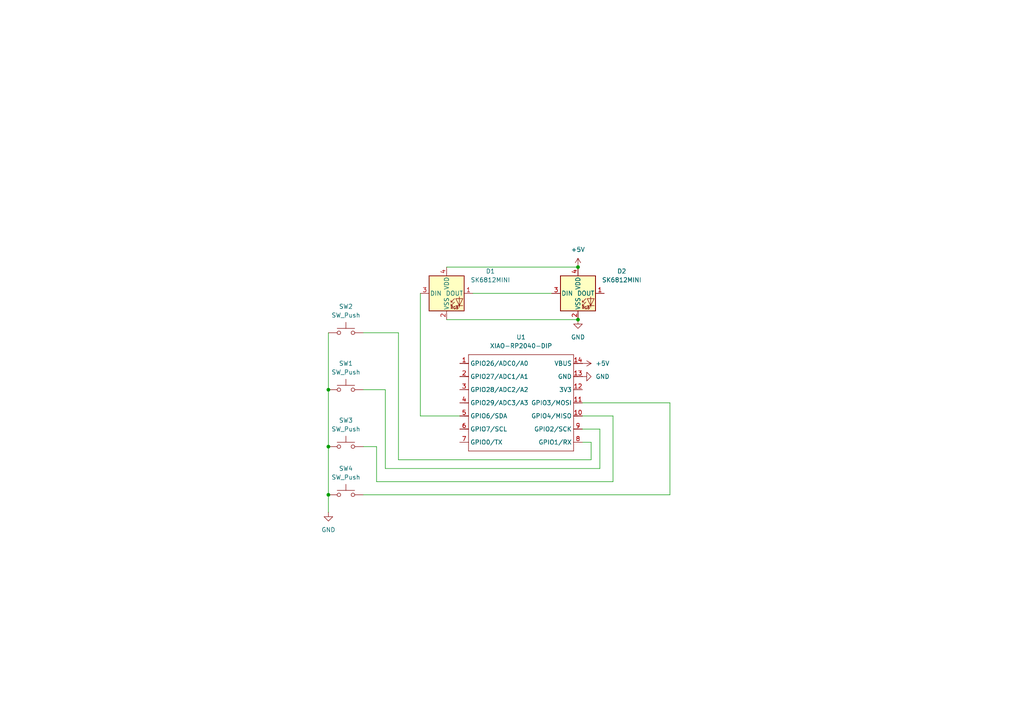
<source format=kicad_sch>
(kicad_sch
	(version 20250114)
	(generator "eeschema")
	(generator_version "9.0")
	(uuid "625c3cba-dff8-4ebe-b533-4a8f51939a7c")
	(paper "A4")
	(lib_symbols
		(symbol "LED:SK6812MINI"
			(pin_names
				(offset 0.254)
			)
			(exclude_from_sim no)
			(in_bom yes)
			(on_board yes)
			(property "Reference" "D"
				(at 5.08 5.715 0)
				(effects
					(font
						(size 1.27 1.27)
					)
					(justify right bottom)
				)
			)
			(property "Value" "SK6812MINI"
				(at 1.27 -5.715 0)
				(effects
					(font
						(size 1.27 1.27)
					)
					(justify left top)
				)
			)
			(property "Footprint" "LED_SMD:LED_SK6812MINI_PLCC4_3.5x3.5mm_P1.75mm"
				(at 1.27 -7.62 0)
				(effects
					(font
						(size 1.27 1.27)
					)
					(justify left top)
					(hide yes)
				)
			)
			(property "Datasheet" "https://cdn-shop.adafruit.com/product-files/2686/SK6812MINI_REV.01-1-2.pdf"
				(at 2.54 -9.525 0)
				(effects
					(font
						(size 1.27 1.27)
					)
					(justify left top)
					(hide yes)
				)
			)
			(property "Description" "RGB LED with integrated controller"
				(at 0 0 0)
				(effects
					(font
						(size 1.27 1.27)
					)
					(hide yes)
				)
			)
			(property "ki_keywords" "RGB LED NeoPixel Mini addressable"
				(at 0 0 0)
				(effects
					(font
						(size 1.27 1.27)
					)
					(hide yes)
				)
			)
			(property "ki_fp_filters" "LED*SK6812MINI*PLCC*3.5x3.5mm*P1.75mm*"
				(at 0 0 0)
				(effects
					(font
						(size 1.27 1.27)
					)
					(hide yes)
				)
			)
			(symbol "SK6812MINI_0_0"
				(text "RGB"
					(at 2.286 -4.191 0)
					(effects
						(font
							(size 0.762 0.762)
						)
					)
				)
			)
			(symbol "SK6812MINI_0_1"
				(polyline
					(pts
						(xy 1.27 -2.54) (xy 1.778 -2.54)
					)
					(stroke
						(width 0)
						(type default)
					)
					(fill
						(type none)
					)
				)
				(polyline
					(pts
						(xy 1.27 -3.556) (xy 1.778 -3.556)
					)
					(stroke
						(width 0)
						(type default)
					)
					(fill
						(type none)
					)
				)
				(polyline
					(pts
						(xy 2.286 -1.524) (xy 1.27 -2.54) (xy 1.27 -2.032)
					)
					(stroke
						(width 0)
						(type default)
					)
					(fill
						(type none)
					)
				)
				(polyline
					(pts
						(xy 2.286 -2.54) (xy 1.27 -3.556) (xy 1.27 -3.048)
					)
					(stroke
						(width 0)
						(type default)
					)
					(fill
						(type none)
					)
				)
				(polyline
					(pts
						(xy 3.683 -1.016) (xy 3.683 -3.556) (xy 3.683 -4.064)
					)
					(stroke
						(width 0)
						(type default)
					)
					(fill
						(type none)
					)
				)
				(polyline
					(pts
						(xy 4.699 -1.524) (xy 2.667 -1.524) (xy 3.683 -3.556) (xy 4.699 -1.524)
					)
					(stroke
						(width 0)
						(type default)
					)
					(fill
						(type none)
					)
				)
				(polyline
					(pts
						(xy 4.699 -3.556) (xy 2.667 -3.556)
					)
					(stroke
						(width 0)
						(type default)
					)
					(fill
						(type none)
					)
				)
				(rectangle
					(start 5.08 5.08)
					(end -5.08 -5.08)
					(stroke
						(width 0.254)
						(type default)
					)
					(fill
						(type background)
					)
				)
			)
			(symbol "SK6812MINI_1_1"
				(pin input line
					(at -7.62 0 0)
					(length 2.54)
					(name "DIN"
						(effects
							(font
								(size 1.27 1.27)
							)
						)
					)
					(number "3"
						(effects
							(font
								(size 1.27 1.27)
							)
						)
					)
				)
				(pin power_in line
					(at 0 7.62 270)
					(length 2.54)
					(name "VDD"
						(effects
							(font
								(size 1.27 1.27)
							)
						)
					)
					(number "4"
						(effects
							(font
								(size 1.27 1.27)
							)
						)
					)
				)
				(pin power_in line
					(at 0 -7.62 90)
					(length 2.54)
					(name "VSS"
						(effects
							(font
								(size 1.27 1.27)
							)
						)
					)
					(number "2"
						(effects
							(font
								(size 1.27 1.27)
							)
						)
					)
				)
				(pin output line
					(at 7.62 0 180)
					(length 2.54)
					(name "DOUT"
						(effects
							(font
								(size 1.27 1.27)
							)
						)
					)
					(number "1"
						(effects
							(font
								(size 1.27 1.27)
							)
						)
					)
				)
			)
			(embedded_fonts no)
		)
		(symbol "Seeed_Studio_XIAO_Series:XIAO-RP2040-DIP"
			(exclude_from_sim no)
			(in_bom yes)
			(on_board yes)
			(property "Reference" "U"
				(at 0 0 0)
				(effects
					(font
						(size 1.27 1.27)
					)
				)
			)
			(property "Value" "XIAO-RP2040-DIP"
				(at 5.334 -1.778 0)
				(effects
					(font
						(size 1.27 1.27)
					)
				)
			)
			(property "Footprint" "Module:MOUDLE14P-XIAO-DIP-SMD"
				(at 14.478 -32.258 0)
				(effects
					(font
						(size 1.27 1.27)
					)
					(hide yes)
				)
			)
			(property "Datasheet" ""
				(at 0 0 0)
				(effects
					(font
						(size 1.27 1.27)
					)
					(hide yes)
				)
			)
			(property "Description" ""
				(at 0 0 0)
				(effects
					(font
						(size 1.27 1.27)
					)
					(hide yes)
				)
			)
			(symbol "XIAO-RP2040-DIP_1_0"
				(polyline
					(pts
						(xy -1.27 -2.54) (xy 29.21 -2.54)
					)
					(stroke
						(width 0.1524)
						(type solid)
					)
					(fill
						(type none)
					)
				)
				(polyline
					(pts
						(xy -1.27 -5.08) (xy -2.54 -5.08)
					)
					(stroke
						(width 0.1524)
						(type solid)
					)
					(fill
						(type none)
					)
				)
				(polyline
					(pts
						(xy -1.27 -5.08) (xy -1.27 -2.54)
					)
					(stroke
						(width 0.1524)
						(type solid)
					)
					(fill
						(type none)
					)
				)
				(polyline
					(pts
						(xy -1.27 -8.89) (xy -2.54 -8.89)
					)
					(stroke
						(width 0.1524)
						(type solid)
					)
					(fill
						(type none)
					)
				)
				(polyline
					(pts
						(xy -1.27 -8.89) (xy -1.27 -5.08)
					)
					(stroke
						(width 0.1524)
						(type solid)
					)
					(fill
						(type none)
					)
				)
				(polyline
					(pts
						(xy -1.27 -12.7) (xy -2.54 -12.7)
					)
					(stroke
						(width 0.1524)
						(type solid)
					)
					(fill
						(type none)
					)
				)
				(polyline
					(pts
						(xy -1.27 -12.7) (xy -1.27 -8.89)
					)
					(stroke
						(width 0.1524)
						(type solid)
					)
					(fill
						(type none)
					)
				)
				(polyline
					(pts
						(xy -1.27 -16.51) (xy -2.54 -16.51)
					)
					(stroke
						(width 0.1524)
						(type solid)
					)
					(fill
						(type none)
					)
				)
				(polyline
					(pts
						(xy -1.27 -16.51) (xy -1.27 -12.7)
					)
					(stroke
						(width 0.1524)
						(type solid)
					)
					(fill
						(type none)
					)
				)
				(polyline
					(pts
						(xy -1.27 -20.32) (xy -2.54 -20.32)
					)
					(stroke
						(width 0.1524)
						(type solid)
					)
					(fill
						(type none)
					)
				)
				(polyline
					(pts
						(xy -1.27 -24.13) (xy -2.54 -24.13)
					)
					(stroke
						(width 0.1524)
						(type solid)
					)
					(fill
						(type none)
					)
				)
				(polyline
					(pts
						(xy -1.27 -27.94) (xy -2.54 -27.94)
					)
					(stroke
						(width 0.1524)
						(type solid)
					)
					(fill
						(type none)
					)
				)
				(polyline
					(pts
						(xy -1.27 -30.48) (xy -1.27 -16.51)
					)
					(stroke
						(width 0.1524)
						(type solid)
					)
					(fill
						(type none)
					)
				)
				(polyline
					(pts
						(xy 29.21 -2.54) (xy 29.21 -5.08)
					)
					(stroke
						(width 0.1524)
						(type solid)
					)
					(fill
						(type none)
					)
				)
				(polyline
					(pts
						(xy 29.21 -5.08) (xy 29.21 -8.89)
					)
					(stroke
						(width 0.1524)
						(type solid)
					)
					(fill
						(type none)
					)
				)
				(polyline
					(pts
						(xy 29.21 -8.89) (xy 29.21 -12.7)
					)
					(stroke
						(width 0.1524)
						(type solid)
					)
					(fill
						(type none)
					)
				)
				(polyline
					(pts
						(xy 29.21 -12.7) (xy 29.21 -30.48)
					)
					(stroke
						(width 0.1524)
						(type solid)
					)
					(fill
						(type none)
					)
				)
				(polyline
					(pts
						(xy 29.21 -30.48) (xy -1.27 -30.48)
					)
					(stroke
						(width 0.1524)
						(type solid)
					)
					(fill
						(type none)
					)
				)
				(polyline
					(pts
						(xy 30.48 -5.08) (xy 29.21 -5.08)
					)
					(stroke
						(width 0.1524)
						(type solid)
					)
					(fill
						(type none)
					)
				)
				(polyline
					(pts
						(xy 30.48 -8.89) (xy 29.21 -8.89)
					)
					(stroke
						(width 0.1524)
						(type solid)
					)
					(fill
						(type none)
					)
				)
				(polyline
					(pts
						(xy 30.48 -12.7) (xy 29.21 -12.7)
					)
					(stroke
						(width 0.1524)
						(type solid)
					)
					(fill
						(type none)
					)
				)
				(polyline
					(pts
						(xy 30.48 -16.51) (xy 29.21 -16.51)
					)
					(stroke
						(width 0.1524)
						(type solid)
					)
					(fill
						(type none)
					)
				)
				(polyline
					(pts
						(xy 30.48 -20.32) (xy 29.21 -20.32)
					)
					(stroke
						(width 0.1524)
						(type solid)
					)
					(fill
						(type none)
					)
				)
				(polyline
					(pts
						(xy 30.48 -24.13) (xy 29.21 -24.13)
					)
					(stroke
						(width 0.1524)
						(type solid)
					)
					(fill
						(type none)
					)
				)
				(polyline
					(pts
						(xy 30.48 -27.94) (xy 29.21 -27.94)
					)
					(stroke
						(width 0.1524)
						(type solid)
					)
					(fill
						(type none)
					)
				)
				(pin passive line
					(at -3.81 -5.08 0)
					(length 2.54)
					(name "GPIO26/ADC0/A0"
						(effects
							(font
								(size 1.27 1.27)
							)
						)
					)
					(number "1"
						(effects
							(font
								(size 1.27 1.27)
							)
						)
					)
				)
				(pin passive line
					(at -3.81 -8.89 0)
					(length 2.54)
					(name "GPIO27/ADC1/A1"
						(effects
							(font
								(size 1.27 1.27)
							)
						)
					)
					(number "2"
						(effects
							(font
								(size 1.27 1.27)
							)
						)
					)
				)
				(pin passive line
					(at -3.81 -12.7 0)
					(length 2.54)
					(name "GPIO28/ADC2/A2"
						(effects
							(font
								(size 1.27 1.27)
							)
						)
					)
					(number "3"
						(effects
							(font
								(size 1.27 1.27)
							)
						)
					)
				)
				(pin passive line
					(at -3.81 -16.51 0)
					(length 2.54)
					(name "GPIO29/ADC3/A3"
						(effects
							(font
								(size 1.27 1.27)
							)
						)
					)
					(number "4"
						(effects
							(font
								(size 1.27 1.27)
							)
						)
					)
				)
				(pin passive line
					(at -3.81 -20.32 0)
					(length 2.54)
					(name "GPIO6/SDA"
						(effects
							(font
								(size 1.27 1.27)
							)
						)
					)
					(number "5"
						(effects
							(font
								(size 1.27 1.27)
							)
						)
					)
				)
				(pin passive line
					(at -3.81 -24.13 0)
					(length 2.54)
					(name "GPIO7/SCL"
						(effects
							(font
								(size 1.27 1.27)
							)
						)
					)
					(number "6"
						(effects
							(font
								(size 1.27 1.27)
							)
						)
					)
				)
				(pin passive line
					(at -3.81 -27.94 0)
					(length 2.54)
					(name "GPIO0/TX"
						(effects
							(font
								(size 1.27 1.27)
							)
						)
					)
					(number "7"
						(effects
							(font
								(size 1.27 1.27)
							)
						)
					)
				)
				(pin passive line
					(at 31.75 -5.08 180)
					(length 2.54)
					(name "VBUS"
						(effects
							(font
								(size 1.27 1.27)
							)
						)
					)
					(number "14"
						(effects
							(font
								(size 1.27 1.27)
							)
						)
					)
				)
				(pin passive line
					(at 31.75 -8.89 180)
					(length 2.54)
					(name "GND"
						(effects
							(font
								(size 1.27 1.27)
							)
						)
					)
					(number "13"
						(effects
							(font
								(size 1.27 1.27)
							)
						)
					)
				)
				(pin passive line
					(at 31.75 -12.7 180)
					(length 2.54)
					(name "3V3"
						(effects
							(font
								(size 1.27 1.27)
							)
						)
					)
					(number "12"
						(effects
							(font
								(size 1.27 1.27)
							)
						)
					)
				)
				(pin passive line
					(at 31.75 -16.51 180)
					(length 2.54)
					(name "GPIO3/MOSI"
						(effects
							(font
								(size 1.27 1.27)
							)
						)
					)
					(number "11"
						(effects
							(font
								(size 1.27 1.27)
							)
						)
					)
				)
				(pin passive line
					(at 31.75 -20.32 180)
					(length 2.54)
					(name "GPIO4/MISO"
						(effects
							(font
								(size 1.27 1.27)
							)
						)
					)
					(number "10"
						(effects
							(font
								(size 1.27 1.27)
							)
						)
					)
				)
				(pin passive line
					(at 31.75 -24.13 180)
					(length 2.54)
					(name "GPIO2/SCK"
						(effects
							(font
								(size 1.27 1.27)
							)
						)
					)
					(number "9"
						(effects
							(font
								(size 1.27 1.27)
							)
						)
					)
				)
				(pin passive line
					(at 31.75 -27.94 180)
					(length 2.54)
					(name "GPIO1/RX"
						(effects
							(font
								(size 1.27 1.27)
							)
						)
					)
					(number "8"
						(effects
							(font
								(size 1.27 1.27)
							)
						)
					)
				)
			)
			(embedded_fonts no)
		)
		(symbol "Switch:SW_Push"
			(pin_numbers
				(hide yes)
			)
			(pin_names
				(offset 1.016)
				(hide yes)
			)
			(exclude_from_sim no)
			(in_bom yes)
			(on_board yes)
			(property "Reference" "SW"
				(at 1.27 2.54 0)
				(effects
					(font
						(size 1.27 1.27)
					)
					(justify left)
				)
			)
			(property "Value" "SW_Push"
				(at 0 -1.524 0)
				(effects
					(font
						(size 1.27 1.27)
					)
				)
			)
			(property "Footprint" ""
				(at 0 5.08 0)
				(effects
					(font
						(size 1.27 1.27)
					)
					(hide yes)
				)
			)
			(property "Datasheet" "~"
				(at 0 5.08 0)
				(effects
					(font
						(size 1.27 1.27)
					)
					(hide yes)
				)
			)
			(property "Description" "Push button switch, generic, two pins"
				(at 0 0 0)
				(effects
					(font
						(size 1.27 1.27)
					)
					(hide yes)
				)
			)
			(property "ki_keywords" "switch normally-open pushbutton push-button"
				(at 0 0 0)
				(effects
					(font
						(size 1.27 1.27)
					)
					(hide yes)
				)
			)
			(symbol "SW_Push_0_1"
				(circle
					(center -2.032 0)
					(radius 0.508)
					(stroke
						(width 0)
						(type default)
					)
					(fill
						(type none)
					)
				)
				(polyline
					(pts
						(xy 0 1.27) (xy 0 3.048)
					)
					(stroke
						(width 0)
						(type default)
					)
					(fill
						(type none)
					)
				)
				(circle
					(center 2.032 0)
					(radius 0.508)
					(stroke
						(width 0)
						(type default)
					)
					(fill
						(type none)
					)
				)
				(polyline
					(pts
						(xy 2.54 1.27) (xy -2.54 1.27)
					)
					(stroke
						(width 0)
						(type default)
					)
					(fill
						(type none)
					)
				)
				(pin passive line
					(at -5.08 0 0)
					(length 2.54)
					(name "1"
						(effects
							(font
								(size 1.27 1.27)
							)
						)
					)
					(number "1"
						(effects
							(font
								(size 1.27 1.27)
							)
						)
					)
				)
				(pin passive line
					(at 5.08 0 180)
					(length 2.54)
					(name "2"
						(effects
							(font
								(size 1.27 1.27)
							)
						)
					)
					(number "2"
						(effects
							(font
								(size 1.27 1.27)
							)
						)
					)
				)
			)
			(embedded_fonts no)
		)
		(symbol "power:+5V"
			(power)
			(pin_numbers
				(hide yes)
			)
			(pin_names
				(offset 0)
				(hide yes)
			)
			(exclude_from_sim no)
			(in_bom yes)
			(on_board yes)
			(property "Reference" "#PWR"
				(at 0 -3.81 0)
				(effects
					(font
						(size 1.27 1.27)
					)
					(hide yes)
				)
			)
			(property "Value" "+5V"
				(at 0 3.556 0)
				(effects
					(font
						(size 1.27 1.27)
					)
				)
			)
			(property "Footprint" ""
				(at 0 0 0)
				(effects
					(font
						(size 1.27 1.27)
					)
					(hide yes)
				)
			)
			(property "Datasheet" ""
				(at 0 0 0)
				(effects
					(font
						(size 1.27 1.27)
					)
					(hide yes)
				)
			)
			(property "Description" "Power symbol creates a global label with name \"+5V\""
				(at 0 0 0)
				(effects
					(font
						(size 1.27 1.27)
					)
					(hide yes)
				)
			)
			(property "ki_keywords" "global power"
				(at 0 0 0)
				(effects
					(font
						(size 1.27 1.27)
					)
					(hide yes)
				)
			)
			(symbol "+5V_0_1"
				(polyline
					(pts
						(xy -0.762 1.27) (xy 0 2.54)
					)
					(stroke
						(width 0)
						(type default)
					)
					(fill
						(type none)
					)
				)
				(polyline
					(pts
						(xy 0 2.54) (xy 0.762 1.27)
					)
					(stroke
						(width 0)
						(type default)
					)
					(fill
						(type none)
					)
				)
				(polyline
					(pts
						(xy 0 0) (xy 0 2.54)
					)
					(stroke
						(width 0)
						(type default)
					)
					(fill
						(type none)
					)
				)
			)
			(symbol "+5V_1_1"
				(pin power_in line
					(at 0 0 90)
					(length 0)
					(name "~"
						(effects
							(font
								(size 1.27 1.27)
							)
						)
					)
					(number "1"
						(effects
							(font
								(size 1.27 1.27)
							)
						)
					)
				)
			)
			(embedded_fonts no)
		)
		(symbol "power:GND"
			(power)
			(pin_numbers
				(hide yes)
			)
			(pin_names
				(offset 0)
				(hide yes)
			)
			(exclude_from_sim no)
			(in_bom yes)
			(on_board yes)
			(property "Reference" "#PWR"
				(at 0 -6.35 0)
				(effects
					(font
						(size 1.27 1.27)
					)
					(hide yes)
				)
			)
			(property "Value" "GND"
				(at 0 -3.81 0)
				(effects
					(font
						(size 1.27 1.27)
					)
				)
			)
			(property "Footprint" ""
				(at 0 0 0)
				(effects
					(font
						(size 1.27 1.27)
					)
					(hide yes)
				)
			)
			(property "Datasheet" ""
				(at 0 0 0)
				(effects
					(font
						(size 1.27 1.27)
					)
					(hide yes)
				)
			)
			(property "Description" "Power symbol creates a global label with name \"GND\" , ground"
				(at 0 0 0)
				(effects
					(font
						(size 1.27 1.27)
					)
					(hide yes)
				)
			)
			(property "ki_keywords" "global power"
				(at 0 0 0)
				(effects
					(font
						(size 1.27 1.27)
					)
					(hide yes)
				)
			)
			(symbol "GND_0_1"
				(polyline
					(pts
						(xy 0 0) (xy 0 -1.27) (xy 1.27 -1.27) (xy 0 -2.54) (xy -1.27 -1.27) (xy 0 -1.27)
					)
					(stroke
						(width 0)
						(type default)
					)
					(fill
						(type none)
					)
				)
			)
			(symbol "GND_1_1"
				(pin power_in line
					(at 0 0 270)
					(length 0)
					(name "~"
						(effects
							(font
								(size 1.27 1.27)
							)
						)
					)
					(number "1"
						(effects
							(font
								(size 1.27 1.27)
							)
						)
					)
				)
			)
			(embedded_fonts no)
		)
	)
	(junction
		(at 95.25 129.54)
		(diameter 0)
		(color 0 0 0 0)
		(uuid "3fbd8c93-c92c-4b9a-9907-d5e28e2bc9d8")
	)
	(junction
		(at 95.25 143.51)
		(diameter 0)
		(color 0 0 0 0)
		(uuid "56ab49ed-045b-4f08-aba1-d0dc66300add")
	)
	(junction
		(at 167.64 77.47)
		(diameter 0)
		(color 0 0 0 0)
		(uuid "5e6ee126-1aac-40ae-8389-79dab9639a24")
	)
	(junction
		(at 95.25 113.03)
		(diameter 0)
		(color 0 0 0 0)
		(uuid "7cc4119a-be7a-481b-b570-9d6479746242")
	)
	(junction
		(at 167.64 92.71)
		(diameter 0)
		(color 0 0 0 0)
		(uuid "d22636ff-4071-4504-8476-5b16e1fdeed4")
	)
	(wire
		(pts
			(xy 109.22 129.54) (xy 109.22 139.7)
		)
		(stroke
			(width 0)
			(type default)
		)
		(uuid "02ffb74b-cf3a-4b81-a783-ef10d229c3ca")
	)
	(wire
		(pts
			(xy 95.25 129.54) (xy 95.25 143.51)
		)
		(stroke
			(width 0)
			(type default)
		)
		(uuid "1a1d7825-ac25-4a1a-82e7-01d189569943")
	)
	(wire
		(pts
			(xy 105.41 129.54) (xy 109.22 129.54)
		)
		(stroke
			(width 0)
			(type default)
		)
		(uuid "1b1854b1-49fd-4ef7-93a7-b6c0a13708a5")
	)
	(wire
		(pts
			(xy 95.25 96.52) (xy 95.25 113.03)
		)
		(stroke
			(width 0)
			(type default)
		)
		(uuid "24a05a88-8b85-4680-8be5-75e6aa00b83f")
	)
	(wire
		(pts
			(xy 129.54 77.47) (xy 167.64 77.47)
		)
		(stroke
			(width 0)
			(type default)
		)
		(uuid "3ccef9f4-b324-4c25-b154-84844b9ef024")
	)
	(wire
		(pts
			(xy 168.91 128.27) (xy 171.45 128.27)
		)
		(stroke
			(width 0)
			(type default)
		)
		(uuid "543a303e-08dd-49bf-926f-ae447d229f94")
	)
	(wire
		(pts
			(xy 168.91 116.84) (xy 194.31 116.84)
		)
		(stroke
			(width 0)
			(type default)
		)
		(uuid "60cc9c4e-dd5c-4aa1-aeea-70858de7e8e3")
	)
	(wire
		(pts
			(xy 168.91 124.46) (xy 173.99 124.46)
		)
		(stroke
			(width 0)
			(type default)
		)
		(uuid "683b3a29-afbb-4e15-880e-55bbcd4e8af7")
	)
	(wire
		(pts
			(xy 129.54 92.71) (xy 167.64 92.71)
		)
		(stroke
			(width 0)
			(type default)
		)
		(uuid "6eef6fd2-e004-4212-98bf-77c6073ea185")
	)
	(wire
		(pts
			(xy 111.76 135.89) (xy 173.99 135.89)
		)
		(stroke
			(width 0)
			(type default)
		)
		(uuid "6ff974e6-3a73-4867-bba8-2c0adfe9304c")
	)
	(wire
		(pts
			(xy 137.16 85.09) (xy 160.02 85.09)
		)
		(stroke
			(width 0)
			(type default)
		)
		(uuid "734e0a10-da9b-440d-afb7-431d77dbe7b2")
	)
	(wire
		(pts
			(xy 109.22 139.7) (xy 177.8 139.7)
		)
		(stroke
			(width 0)
			(type default)
		)
		(uuid "7ec4da40-252a-4e57-96fc-615dc00e55fc")
	)
	(wire
		(pts
			(xy 171.45 133.35) (xy 171.45 128.27)
		)
		(stroke
			(width 0)
			(type default)
		)
		(uuid "80546a56-e5d0-43b0-94c6-2f6a99442f0a")
	)
	(wire
		(pts
			(xy 121.92 120.65) (xy 133.35 120.65)
		)
		(stroke
			(width 0)
			(type default)
		)
		(uuid "82d5c848-55ef-4ff5-acaf-981e1208fffd")
	)
	(wire
		(pts
			(xy 121.92 85.09) (xy 121.92 120.65)
		)
		(stroke
			(width 0)
			(type default)
		)
		(uuid "88d8bbae-f56a-4a49-ac98-1ff4df985a45")
	)
	(wire
		(pts
			(xy 115.57 133.35) (xy 171.45 133.35)
		)
		(stroke
			(width 0)
			(type default)
		)
		(uuid "8d284bed-ac4d-43c9-8355-790a1a6449ec")
	)
	(wire
		(pts
			(xy 173.99 135.89) (xy 173.99 124.46)
		)
		(stroke
			(width 0)
			(type default)
		)
		(uuid "906aba46-0aa7-4441-b779-10dc6df79af8")
	)
	(wire
		(pts
			(xy 95.25 143.51) (xy 95.25 148.59)
		)
		(stroke
			(width 0)
			(type default)
		)
		(uuid "ab041fa8-d900-4006-a886-1de5d150c74b")
	)
	(wire
		(pts
			(xy 194.31 143.51) (xy 105.41 143.51)
		)
		(stroke
			(width 0)
			(type default)
		)
		(uuid "acf0f084-457c-4fa9-974c-feb582c744db")
	)
	(wire
		(pts
			(xy 115.57 96.52) (xy 115.57 133.35)
		)
		(stroke
			(width 0)
			(type default)
		)
		(uuid "af1492d8-a69e-48e6-9471-da15f773f7ae")
	)
	(wire
		(pts
			(xy 95.25 113.03) (xy 95.25 129.54)
		)
		(stroke
			(width 0)
			(type default)
		)
		(uuid "ba6fdf55-6b9f-4dba-95a2-26fe10f66dcf")
	)
	(wire
		(pts
			(xy 168.91 120.65) (xy 177.8 120.65)
		)
		(stroke
			(width 0)
			(type default)
		)
		(uuid "ba7edbcf-3f3b-4936-998d-2c603aa62665")
	)
	(wire
		(pts
			(xy 177.8 139.7) (xy 177.8 120.65)
		)
		(stroke
			(width 0)
			(type default)
		)
		(uuid "c1fb188d-f487-42ff-8d89-ba695accb81e")
	)
	(wire
		(pts
			(xy 111.76 113.03) (xy 111.76 135.89)
		)
		(stroke
			(width 0)
			(type default)
		)
		(uuid "cb06f445-6b79-4019-bfdf-238859a05d80")
	)
	(wire
		(pts
			(xy 105.41 113.03) (xy 111.76 113.03)
		)
		(stroke
			(width 0)
			(type default)
		)
		(uuid "cb395a9e-71eb-4393-9430-9fa654d8cef3")
	)
	(wire
		(pts
			(xy 194.31 116.84) (xy 194.31 143.51)
		)
		(stroke
			(width 0)
			(type default)
		)
		(uuid "cefa7d65-6243-462b-8758-9f670c75d11e")
	)
	(wire
		(pts
			(xy 105.41 96.52) (xy 115.57 96.52)
		)
		(stroke
			(width 0)
			(type default)
		)
		(uuid "e7b29d5d-e6bc-4fa5-a853-95e154884639")
	)
	(symbol
		(lib_id "Seeed_Studio_XIAO_Series:XIAO-RP2040-DIP")
		(at 137.16 100.33 0)
		(unit 1)
		(exclude_from_sim no)
		(in_bom yes)
		(on_board yes)
		(dnp no)
		(fields_autoplaced yes)
		(uuid "057229cc-eae1-41c5-ae1b-10ad9a44bc83")
		(property "Reference" "U1"
			(at 151.13 97.79 0)
			(effects
				(font
					(size 1.27 1.27)
				)
			)
		)
		(property "Value" "XIAO-RP2040-DIP"
			(at 151.13 100.33 0)
			(effects
				(font
					(size 1.27 1.27)
				)
			)
		)
		(property "Footprint" "Seeed Studio XIAO Series Library:XIAO-RP2040-DIP"
			(at 151.638 132.588 0)
			(effects
				(font
					(size 1.27 1.27)
				)
				(hide yes)
			)
		)
		(property "Datasheet" ""
			(at 137.16 100.33 0)
			(effects
				(font
					(size 1.27 1.27)
				)
				(hide yes)
			)
		)
		(property "Description" ""
			(at 137.16 100.33 0)
			(effects
				(font
					(size 1.27 1.27)
				)
				(hide yes)
			)
		)
		(pin "2"
			(uuid "3216f0f8-3432-48a5-8778-faf5921628e5")
		)
		(pin "1"
			(uuid "2b49a252-5f5f-417d-97d9-b9a6d924be26")
		)
		(pin "12"
			(uuid "d1b01704-e3c1-443b-8b75-ea6cb68a584d")
		)
		(pin "10"
			(uuid "595fa60a-91c1-4872-92dd-9fc6cb6708c7")
		)
		(pin "4"
			(uuid "11ec30cd-1ab1-4726-98a3-0318b9d52bca")
		)
		(pin "8"
			(uuid "7e67cc11-d30a-4abe-80f6-6eecc9183032")
		)
		(pin "11"
			(uuid "bb1c60a3-6d8f-4c39-a8ae-c57db8c4d34c")
		)
		(pin "5"
			(uuid "a76a8acf-4f39-49a9-92d7-c899a7fd06e4")
		)
		(pin "7"
			(uuid "5ecd2dd8-004b-44f2-864d-a5d11694dd8a")
		)
		(pin "9"
			(uuid "1d895c3d-e68e-4ee1-b466-fc1dcd1599e0")
		)
		(pin "3"
			(uuid "11999e03-a79c-4113-8813-6b48388327a8")
		)
		(pin "6"
			(uuid "e42ef942-81d0-45f7-aa8a-d35428ec928e")
		)
		(pin "14"
			(uuid "95cac7d2-6634-4794-8cd6-b1df0ac765c0")
		)
		(pin "13"
			(uuid "7bbbdb7b-4bfb-4e92-9cc0-b55979176eef")
		)
		(instances
			(project ""
				(path "/625c3cba-dff8-4ebe-b533-4a8f51939a7c"
					(reference "U1")
					(unit 1)
				)
			)
		)
	)
	(symbol
		(lib_id "LED:SK6812MINI")
		(at 129.54 85.09 0)
		(unit 1)
		(exclude_from_sim no)
		(in_bom yes)
		(on_board yes)
		(dnp no)
		(fields_autoplaced yes)
		(uuid "313afc5c-076d-4c91-a7c6-e1e7c6d9c515")
		(property "Reference" "D1"
			(at 142.24 78.6698 0)
			(effects
				(font
					(size 1.27 1.27)
				)
			)
		)
		(property "Value" "SK6812MINI"
			(at 142.24 81.2098 0)
			(effects
				(font
					(size 1.27 1.27)
				)
			)
		)
		(property "Footprint" "LED_SMD:LED_SK6812MINI_PLCC4_3.5x3.5mm_P1.75mm"
			(at 130.81 92.71 0)
			(effects
				(font
					(size 1.27 1.27)
				)
				(justify left top)
				(hide yes)
			)
		)
		(property "Datasheet" "https://cdn-shop.adafruit.com/product-files/2686/SK6812MINI_REV.01-1-2.pdf"
			(at 132.08 94.615 0)
			(effects
				(font
					(size 1.27 1.27)
				)
				(justify left top)
				(hide yes)
			)
		)
		(property "Description" "RGB LED with integrated controller"
			(at 129.54 85.09 0)
			(effects
				(font
					(size 1.27 1.27)
				)
				(hide yes)
			)
		)
		(pin "3"
			(uuid "496b165d-3e13-4175-86af-a7e4d00e461f")
		)
		(pin "2"
			(uuid "3870da7e-329a-4065-917f-ffa7c88d295f")
		)
		(pin "4"
			(uuid "0dcff008-93a6-40fe-8adb-221f8de1c823")
		)
		(pin "1"
			(uuid "3cdfbc6b-2e68-4685-b052-11fb3738419b")
		)
		(instances
			(project ""
				(path "/625c3cba-dff8-4ebe-b533-4a8f51939a7c"
					(reference "D1")
					(unit 1)
				)
			)
		)
	)
	(symbol
		(lib_id "Switch:SW_Push")
		(at 100.33 113.03 0)
		(unit 1)
		(exclude_from_sim no)
		(in_bom yes)
		(on_board yes)
		(dnp no)
		(fields_autoplaced yes)
		(uuid "345e0fbe-54ef-4c59-9eea-4eac6dfb64bb")
		(property "Reference" "SW1"
			(at 100.33 105.41 0)
			(effects
				(font
					(size 1.27 1.27)
				)
			)
		)
		(property "Value" "SW_Push"
			(at 100.33 107.95 0)
			(effects
				(font
					(size 1.27 1.27)
				)
			)
		)
		(property "Footprint" "Button_Switch_Keyboard:SW_Cherry_MX_1.00u_PCB"
			(at 100.33 107.95 0)
			(effects
				(font
					(size 1.27 1.27)
				)
				(hide yes)
			)
		)
		(property "Datasheet" "~"
			(at 100.33 107.95 0)
			(effects
				(font
					(size 1.27 1.27)
				)
				(hide yes)
			)
		)
		(property "Description" "Push button switch, generic, two pins"
			(at 100.33 113.03 0)
			(effects
				(font
					(size 1.27 1.27)
				)
				(hide yes)
			)
		)
		(pin "1"
			(uuid "68f73e19-99d1-4bc1-8563-1acf8368c3a1")
		)
		(pin "2"
			(uuid "e5cec66a-3da2-432e-9520-91ef78f9225b")
		)
		(instances
			(project ""
				(path "/625c3cba-dff8-4ebe-b533-4a8f51939a7c"
					(reference "SW1")
					(unit 1)
				)
			)
		)
	)
	(symbol
		(lib_id "power:GND")
		(at 95.25 148.59 0)
		(unit 1)
		(exclude_from_sim no)
		(in_bom yes)
		(on_board yes)
		(dnp no)
		(fields_autoplaced yes)
		(uuid "55e51280-eeaf-4ce7-aeba-833f42c0ceee")
		(property "Reference" "#PWR01"
			(at 95.25 154.94 0)
			(effects
				(font
					(size 1.27 1.27)
				)
				(hide yes)
			)
		)
		(property "Value" "GND"
			(at 95.25 153.67 0)
			(effects
				(font
					(size 1.27 1.27)
				)
			)
		)
		(property "Footprint" ""
			(at 95.25 148.59 0)
			(effects
				(font
					(size 1.27 1.27)
				)
				(hide yes)
			)
		)
		(property "Datasheet" ""
			(at 95.25 148.59 0)
			(effects
				(font
					(size 1.27 1.27)
				)
				(hide yes)
			)
		)
		(property "Description" "Power symbol creates a global label with name \"GND\" , ground"
			(at 95.25 148.59 0)
			(effects
				(font
					(size 1.27 1.27)
				)
				(hide yes)
			)
		)
		(pin "1"
			(uuid "9debe8e8-00fb-409b-9877-0754e39b5aac")
		)
		(instances
			(project ""
				(path "/625c3cba-dff8-4ebe-b533-4a8f51939a7c"
					(reference "#PWR01")
					(unit 1)
				)
			)
		)
	)
	(symbol
		(lib_id "power:+5V")
		(at 167.64 77.47 0)
		(unit 1)
		(exclude_from_sim no)
		(in_bom yes)
		(on_board yes)
		(dnp no)
		(fields_autoplaced yes)
		(uuid "5f02d17d-4e4c-414d-8942-397132e808e9")
		(property "Reference" "#PWR05"
			(at 167.64 81.28 0)
			(effects
				(font
					(size 1.27 1.27)
				)
				(hide yes)
			)
		)
		(property "Value" "+5V"
			(at 167.64 72.39 0)
			(effects
				(font
					(size 1.27 1.27)
				)
			)
		)
		(property "Footprint" ""
			(at 167.64 77.47 0)
			(effects
				(font
					(size 1.27 1.27)
				)
				(hide yes)
			)
		)
		(property "Datasheet" ""
			(at 167.64 77.47 0)
			(effects
				(font
					(size 1.27 1.27)
				)
				(hide yes)
			)
		)
		(property "Description" "Power symbol creates a global label with name \"+5V\""
			(at 167.64 77.47 0)
			(effects
				(font
					(size 1.27 1.27)
				)
				(hide yes)
			)
		)
		(pin "1"
			(uuid "7b3e67a3-d7b7-431c-a562-2cc6fa82f88b")
		)
		(instances
			(project ""
				(path "/625c3cba-dff8-4ebe-b533-4a8f51939a7c"
					(reference "#PWR05")
					(unit 1)
				)
			)
		)
	)
	(symbol
		(lib_id "power:GND")
		(at 168.91 109.22 90)
		(unit 1)
		(exclude_from_sim no)
		(in_bom yes)
		(on_board yes)
		(dnp no)
		(fields_autoplaced yes)
		(uuid "8ae64360-c6a9-4817-ad01-ef96534651ad")
		(property "Reference" "#PWR03"
			(at 175.26 109.22 0)
			(effects
				(font
					(size 1.27 1.27)
				)
				(hide yes)
			)
		)
		(property "Value" "GND"
			(at 172.72 109.2199 90)
			(effects
				(font
					(size 1.27 1.27)
				)
				(justify right)
			)
		)
		(property "Footprint" ""
			(at 168.91 109.22 0)
			(effects
				(font
					(size 1.27 1.27)
				)
				(hide yes)
			)
		)
		(property "Datasheet" ""
			(at 168.91 109.22 0)
			(effects
				(font
					(size 1.27 1.27)
				)
				(hide yes)
			)
		)
		(property "Description" "Power symbol creates a global label with name \"GND\" , ground"
			(at 168.91 109.22 0)
			(effects
				(font
					(size 1.27 1.27)
				)
				(hide yes)
			)
		)
		(pin "1"
			(uuid "8f73e478-858c-448f-947b-2fc8e0b6cdb9")
		)
		(instances
			(project ""
				(path "/625c3cba-dff8-4ebe-b533-4a8f51939a7c"
					(reference "#PWR03")
					(unit 1)
				)
			)
		)
	)
	(symbol
		(lib_id "Switch:SW_Push")
		(at 100.33 96.52 0)
		(unit 1)
		(exclude_from_sim no)
		(in_bom yes)
		(on_board yes)
		(dnp no)
		(fields_autoplaced yes)
		(uuid "995d8255-f536-4b2b-a515-a805fe090dd3")
		(property "Reference" "SW2"
			(at 100.33 88.9 0)
			(effects
				(font
					(size 1.27 1.27)
				)
			)
		)
		(property "Value" "SW_Push"
			(at 100.33 91.44 0)
			(effects
				(font
					(size 1.27 1.27)
				)
			)
		)
		(property "Footprint" "Button_Switch_Keyboard:SW_Cherry_MX_1.00u_PCB"
			(at 100.33 91.44 0)
			(effects
				(font
					(size 1.27 1.27)
				)
				(hide yes)
			)
		)
		(property "Datasheet" "~"
			(at 100.33 91.44 0)
			(effects
				(font
					(size 1.27 1.27)
				)
				(hide yes)
			)
		)
		(property "Description" "Push button switch, generic, two pins"
			(at 100.33 96.52 0)
			(effects
				(font
					(size 1.27 1.27)
				)
				(hide yes)
			)
		)
		(pin "1"
			(uuid "22db4ef6-b8e4-4411-95a6-eb5244b24ee4")
		)
		(pin "2"
			(uuid "a00e1b61-443b-4f38-9abc-e679065bdfa3")
		)
		(instances
			(project ""
				(path "/625c3cba-dff8-4ebe-b533-4a8f51939a7c"
					(reference "SW2")
					(unit 1)
				)
			)
		)
	)
	(symbol
		(lib_id "Switch:SW_Push")
		(at 100.33 143.51 0)
		(unit 1)
		(exclude_from_sim no)
		(in_bom yes)
		(on_board yes)
		(dnp no)
		(fields_autoplaced yes)
		(uuid "b04c42a1-3860-47a7-8f74-40eb0fa33657")
		(property "Reference" "SW4"
			(at 100.33 135.89 0)
			(effects
				(font
					(size 1.27 1.27)
				)
			)
		)
		(property "Value" "SW_Push"
			(at 100.33 138.43 0)
			(effects
				(font
					(size 1.27 1.27)
				)
			)
		)
		(property "Footprint" "Button_Switch_Keyboard:SW_Cherry_MX_1.00u_PCB"
			(at 100.33 138.43 0)
			(effects
				(font
					(size 1.27 1.27)
				)
				(hide yes)
			)
		)
		(property "Datasheet" "~"
			(at 100.33 138.43 0)
			(effects
				(font
					(size 1.27 1.27)
				)
				(hide yes)
			)
		)
		(property "Description" "Push button switch, generic, two pins"
			(at 100.33 143.51 0)
			(effects
				(font
					(size 1.27 1.27)
				)
				(hide yes)
			)
		)
		(pin "2"
			(uuid "13263543-dddf-4050-9cce-8cf33079b2b9")
		)
		(pin "1"
			(uuid "6a3158ed-b307-4606-8faf-9a5250f107bf")
		)
		(instances
			(project ""
				(path "/625c3cba-dff8-4ebe-b533-4a8f51939a7c"
					(reference "SW4")
					(unit 1)
				)
			)
		)
	)
	(symbol
		(lib_id "power:GND")
		(at 167.64 92.71 0)
		(unit 1)
		(exclude_from_sim no)
		(in_bom yes)
		(on_board yes)
		(dnp no)
		(fields_autoplaced yes)
		(uuid "b0ef45a6-3629-47e6-9634-0c610397c4c5")
		(property "Reference" "#PWR02"
			(at 167.64 99.06 0)
			(effects
				(font
					(size 1.27 1.27)
				)
				(hide yes)
			)
		)
		(property "Value" "GND"
			(at 167.64 97.79 0)
			(effects
				(font
					(size 1.27 1.27)
				)
			)
		)
		(property "Footprint" ""
			(at 167.64 92.71 0)
			(effects
				(font
					(size 1.27 1.27)
				)
				(hide yes)
			)
		)
		(property "Datasheet" ""
			(at 167.64 92.71 0)
			(effects
				(font
					(size 1.27 1.27)
				)
				(hide yes)
			)
		)
		(property "Description" "Power symbol creates a global label with name \"GND\" , ground"
			(at 167.64 92.71 0)
			(effects
				(font
					(size 1.27 1.27)
				)
				(hide yes)
			)
		)
		(pin "1"
			(uuid "6b69b6c5-6458-4fbd-a181-c77091f20cd7")
		)
		(instances
			(project ""
				(path "/625c3cba-dff8-4ebe-b533-4a8f51939a7c"
					(reference "#PWR02")
					(unit 1)
				)
			)
		)
	)
	(symbol
		(lib_id "LED:SK6812MINI")
		(at 167.64 85.09 0)
		(unit 1)
		(exclude_from_sim no)
		(in_bom yes)
		(on_board yes)
		(dnp no)
		(fields_autoplaced yes)
		(uuid "c3ba84d3-fc56-49c9-bd93-b43367cd4947")
		(property "Reference" "D2"
			(at 180.34 78.6698 0)
			(effects
				(font
					(size 1.27 1.27)
				)
			)
		)
		(property "Value" "SK6812MINI"
			(at 180.34 81.2098 0)
			(effects
				(font
					(size 1.27 1.27)
				)
			)
		)
		(property "Footprint" "LED_SMD:LED_SK6812MINI_PLCC4_3.5x3.5mm_P1.75mm"
			(at 168.91 92.71 0)
			(effects
				(font
					(size 1.27 1.27)
				)
				(justify left top)
				(hide yes)
			)
		)
		(property "Datasheet" "https://cdn-shop.adafruit.com/product-files/2686/SK6812MINI_REV.01-1-2.pdf"
			(at 170.18 94.615 0)
			(effects
				(font
					(size 1.27 1.27)
				)
				(justify left top)
				(hide yes)
			)
		)
		(property "Description" "RGB LED with integrated controller"
			(at 167.64 85.09 0)
			(effects
				(font
					(size 1.27 1.27)
				)
				(hide yes)
			)
		)
		(pin "3"
			(uuid "a9b88046-eb8f-4352-bb3f-4a87dd360f8a")
		)
		(pin "2"
			(uuid "f52a1629-7fc2-46cb-97da-8368a2406e87")
		)
		(pin "1"
			(uuid "7d3f3204-b98d-463d-bb52-806f458419c4")
		)
		(pin "4"
			(uuid "dcb5db5f-1e59-438d-baf3-ee4e0495053a")
		)
		(instances
			(project ""
				(path "/625c3cba-dff8-4ebe-b533-4a8f51939a7c"
					(reference "D2")
					(unit 1)
				)
			)
		)
	)
	(symbol
		(lib_id "power:+5V")
		(at 168.91 105.41 270)
		(unit 1)
		(exclude_from_sim no)
		(in_bom yes)
		(on_board yes)
		(dnp no)
		(fields_autoplaced yes)
		(uuid "cf8b9217-307e-4220-8c7d-c8ed449dfd92")
		(property "Reference" "#PWR04"
			(at 165.1 105.41 0)
			(effects
				(font
					(size 1.27 1.27)
				)
				(hide yes)
			)
		)
		(property "Value" "+5V"
			(at 172.72 105.4099 90)
			(effects
				(font
					(size 1.27 1.27)
				)
				(justify left)
			)
		)
		(property "Footprint" ""
			(at 168.91 105.41 0)
			(effects
				(font
					(size 1.27 1.27)
				)
				(hide yes)
			)
		)
		(property "Datasheet" ""
			(at 168.91 105.41 0)
			(effects
				(font
					(size 1.27 1.27)
				)
				(hide yes)
			)
		)
		(property "Description" "Power symbol creates a global label with name \"+5V\""
			(at 168.91 105.41 0)
			(effects
				(font
					(size 1.27 1.27)
				)
				(hide yes)
			)
		)
		(pin "1"
			(uuid "1b81acf9-99fc-41ac-98f1-65c8026047c2")
		)
		(instances
			(project ""
				(path "/625c3cba-dff8-4ebe-b533-4a8f51939a7c"
					(reference "#PWR04")
					(unit 1)
				)
			)
		)
	)
	(symbol
		(lib_id "Switch:SW_Push")
		(at 100.33 129.54 0)
		(unit 1)
		(exclude_from_sim no)
		(in_bom yes)
		(on_board yes)
		(dnp no)
		(fields_autoplaced yes)
		(uuid "d2eafaba-8521-46b2-8202-d74da1b0dc1d")
		(property "Reference" "SW3"
			(at 100.33 121.92 0)
			(effects
				(font
					(size 1.27 1.27)
				)
			)
		)
		(property "Value" "SW_Push"
			(at 100.33 124.46 0)
			(effects
				(font
					(size 1.27 1.27)
				)
			)
		)
		(property "Footprint" "Button_Switch_Keyboard:SW_Cherry_MX_1.00u_PCB"
			(at 100.33 124.46 0)
			(effects
				(font
					(size 1.27 1.27)
				)
				(hide yes)
			)
		)
		(property "Datasheet" "~"
			(at 100.33 124.46 0)
			(effects
				(font
					(size 1.27 1.27)
				)
				(hide yes)
			)
		)
		(property "Description" "Push button switch, generic, two pins"
			(at 100.33 129.54 0)
			(effects
				(font
					(size 1.27 1.27)
				)
				(hide yes)
			)
		)
		(pin "1"
			(uuid "e67b4f95-f527-46c3-b674-7de084dd1617")
		)
		(pin "2"
			(uuid "11c6f488-079c-4543-aea9-fe4fd061398e")
		)
		(instances
			(project ""
				(path "/625c3cba-dff8-4ebe-b533-4a8f51939a7c"
					(reference "SW3")
					(unit 1)
				)
			)
		)
	)
	(sheet_instances
		(path "/"
			(page "1")
		)
	)
	(embedded_fonts no)
)

</source>
